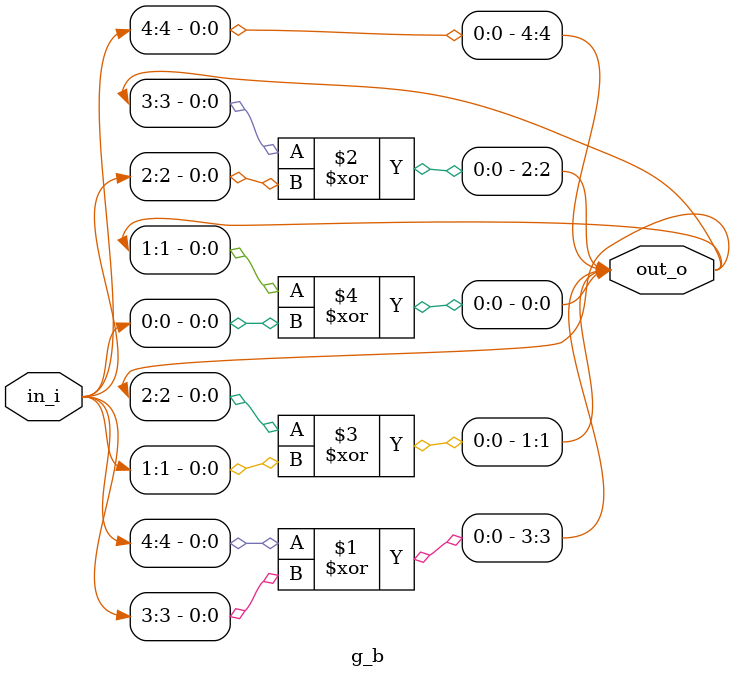
<source format=v>
`timescale 1ns / 1ps
module g_b(
    input wire [4:0] in_i,
    output wire [4:0] out_o);
    
    assign out_o[4] = in_i[4];
    assign out_o[3] = out_o[4] ^ in_i[3];
    assign out_o[2] = out_o[3] ^ in_i[2];
    assign out_o[1] = out_o[2] ^ in_i[1];
    assign out_o[0] = out_o[1] ^ in_i[0];
    
endmodule
</source>
